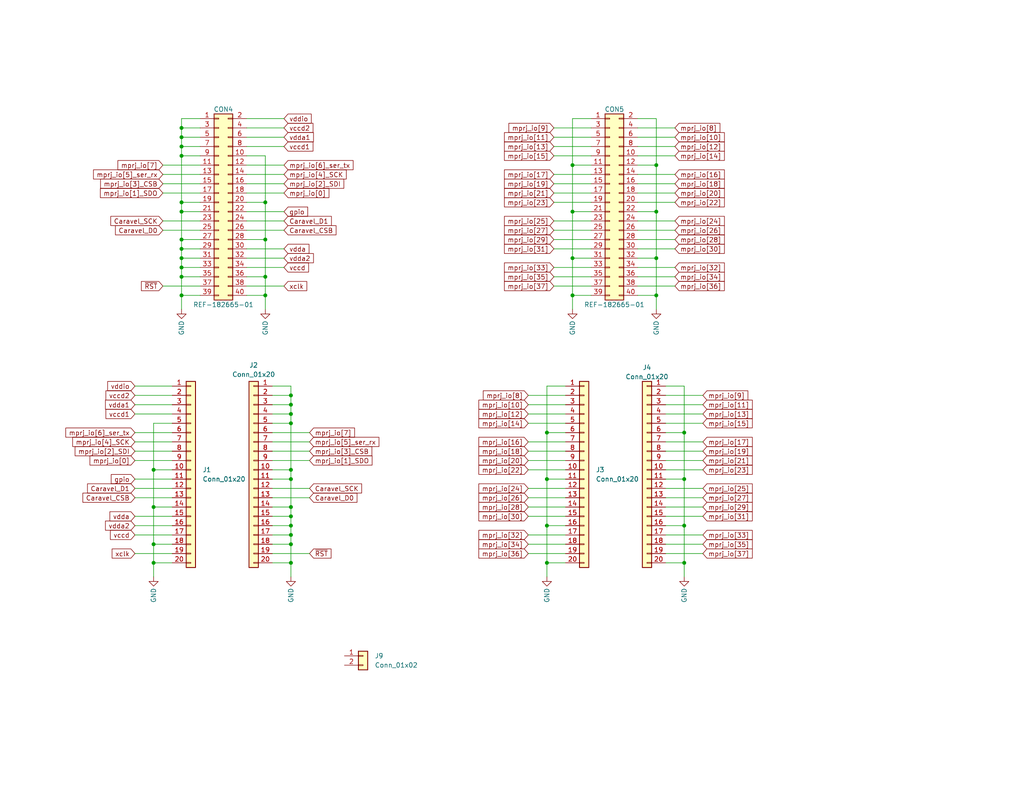
<source format=kicad_sch>
(kicad_sch (version 20211123) (generator eeschema)
  (paper "A")
  (lib_symbols
    (symbol "Connector_Generic:Conn_01x02" (pin_names (offset 1.016) hide)
      (property "Reference" "J" (at 0 2.54 0))
      (property "Value" "Conn_01x02" (at 0 -5.08 0))
      (symbol "Conn_01x02_1_1"
        (rectangle (start -1.27 -2.413) (end 0 -2.667) (stroke (width 0.1524)))
        (rectangle (start -1.27 0.127) (end 0 -0.127) (stroke (width 0.1524)))
        (rectangle (start -1.27 1.27) (end 1.27 -3.81) (stroke (width 0.254)) (fill (type background)))
        (pin passive line (at -5.08 0 0) (length 3.81) (name "Pin_1") (number "1"))
        (pin passive line (at -5.08 -2.54 0) (length 3.81) (name "Pin_2") (number "2"))
      )
    )
    (symbol "Connector_Generic:Conn_01x20" (pin_names (offset 1.016) hide)
      (property "Reference" "J" (at 0 25.4 0))
      (property "Value" "Conn_01x20" (at 0 -27.94 0))
      (symbol "Conn_01x20_1_1"
        (rectangle (start -1.27 -25.273) (end 0 -25.527) (stroke (width 0.1524)))
        (rectangle (start -1.27 -22.733) (end 0 -22.987) (stroke (width 0.1524)))
        (rectangle (start -1.27 -20.193) (end 0 -20.447) (stroke (width 0.1524)))
        (rectangle (start -1.27 -17.653) (end 0 -17.907) (stroke (width 0.1524)))
        (rectangle (start -1.27 -15.113) (end 0 -15.367) (stroke (width 0.1524)))
        (rectangle (start -1.27 -12.573) (end 0 -12.827) (stroke (width 0.1524)))
        (rectangle (start -1.27 -10.033) (end 0 -10.287) (stroke (width 0.1524)))
        (rectangle (start -1.27 -7.493) (end 0 -7.747) (stroke (width 0.1524)))
        (rectangle (start -1.27 -4.953) (end 0 -5.207) (stroke (width 0.1524)))
        (rectangle (start -1.27 -2.413) (end 0 -2.667) (stroke (width 0.1524)))
        (rectangle (start -1.27 0.127) (end 0 -0.127) (stroke (width 0.1524)))
        (rectangle (start -1.27 2.667) (end 0 2.413) (stroke (width 0.1524)))
        (rectangle (start -1.27 5.207) (end 0 4.953) (stroke (width 0.1524)))
        (rectangle (start -1.27 7.747) (end 0 7.493) (stroke (width 0.1524)))
        (rectangle (start -1.27 10.287) (end 0 10.033) (stroke (width 0.1524)))
        (rectangle (start -1.27 12.827) (end 0 12.573) (stroke (width 0.1524)))
        (rectangle (start -1.27 15.367) (end 0 15.113) (stroke (width 0.1524)))
        (rectangle (start -1.27 17.907) (end 0 17.653) (stroke (width 0.1524)))
        (rectangle (start -1.27 20.447) (end 0 20.193) (stroke (width 0.1524)))
        (rectangle (start -1.27 22.987) (end 0 22.733) (stroke (width 0.1524)))
        (rectangle (start -1.27 24.13) (end 1.27 -26.67) (stroke (width 0.254)) (fill (type background)))
        (pin passive line (at -5.08 22.86 0) (length 3.81) (name "Pin_1") (number "1"))
        (pin passive line (at -5.08 0 0) (length 3.81) (name "Pin_10") (number "10"))
        (pin passive line (at -5.08 -2.54 0) (length 3.81) (name "Pin_11") (number "11"))
        (pin passive line (at -5.08 -5.08 0) (length 3.81) (name "Pin_12") (number "12"))
        (pin passive line (at -5.08 -7.62 0) (length 3.81) (name "Pin_13") (number "13"))
        (pin passive line (at -5.08 -10.16 0) (length 3.81) (name "Pin_14") (number "14"))
        (pin passive line (at -5.08 -12.7 0) (length 3.81) (name "Pin_15") (number "15"))
        (pin passive line (at -5.08 -15.24 0) (length 3.81) (name "Pin_16") (number "16"))
        (pin passive line (at -5.08 -17.78 0) (length 3.81) (name "Pin_17") (number "17"))
        (pin passive line (at -5.08 -20.32 0) (length 3.81) (name "Pin_18") (number "18"))
        (pin passive line (at -5.08 -22.86 0) (length 3.81) (name "Pin_19") (number "19"))
        (pin passive line (at -5.08 20.32 0) (length 3.81) (name "Pin_2") (number "2"))
        (pin passive line (at -5.08 -25.4 0) (length 3.81) (name "Pin_20") (number "20"))
        (pin passive line (at -5.08 17.78 0) (length 3.81) (name "Pin_3") (number "3"))
        (pin passive line (at -5.08 15.24 0) (length 3.81) (name "Pin_4") (number "4"))
        (pin passive line (at -5.08 12.7 0) (length 3.81) (name "Pin_5") (number "5"))
        (pin passive line (at -5.08 10.16 0) (length 3.81) (name "Pin_6") (number "6"))
        (pin passive line (at -5.08 7.62 0) (length 3.81) (name "Pin_7") (number "7"))
        (pin passive line (at -5.08 5.08 0) (length 3.81) (name "Pin_8") (number "8"))
        (pin passive line (at -5.08 2.54 0) (length 3.81) (name "Pin_9") (number "9"))
      )
    )
    (symbol "Connector_Generic:Conn_02x20_Odd_Even" (pin_names (offset 1.016) hide)
      (property "Reference" "J" (at 1.27 25.4 0))
      (property "Value" "Conn_02x20_Odd_Even" (at 1.27 -27.94 0))
      (symbol "Conn_02x20_Odd_Even_1_1"
        (rectangle (start -1.27 -25.273) (end 0 -25.527) (stroke (width 0.1524)))
        (rectangle (start -1.27 -22.733) (end 0 -22.987) (stroke (width 0.1524)))
        (rectangle (start -1.27 -20.193) (end 0 -20.447) (stroke (width 0.1524)))
        (rectangle (start -1.27 -17.653) (end 0 -17.907) (stroke (width 0.1524)))
        (rectangle (start -1.27 -15.113) (end 0 -15.367) (stroke (width 0.1524)))
        (rectangle (start -1.27 -12.573) (end 0 -12.827) (stroke (width 0.1524)))
        (rectangle (start -1.27 -10.033) (end 0 -10.287) (stroke (width 0.1524)))
        (rectangle (start -1.27 -7.493) (end 0 -7.747) (stroke (width 0.1524)))
        (rectangle (start -1.27 -4.953) (end 0 -5.207) (stroke (width 0.1524)))
        (rectangle (start -1.27 -2.413) (end 0 -2.667) (stroke (width 0.1524)))
        (rectangle (start -1.27 0.127) (end 0 -0.127) (stroke (width 0.1524)))
        (rectangle (start -1.27 2.667) (end 0 2.413) (stroke (width 0.1524)))
        (rectangle (start -1.27 5.207) (end 0 4.953) (stroke (width 0.1524)))
        (rectangle (start -1.27 7.747) (end 0 7.493) (stroke (width 0.1524)))
        (rectangle (start -1.27 10.287) (end 0 10.033) (stroke (width 0.1524)))
        (rectangle (start -1.27 12.827) (end 0 12.573) (stroke (width 0.1524)))
        (rectangle (start -1.27 15.367) (end 0 15.113) (stroke (width 0.1524)))
        (rectangle (start -1.27 17.907) (end 0 17.653) (stroke (width 0.1524)))
        (rectangle (start -1.27 20.447) (end 0 20.193) (stroke (width 0.1524)))
        (rectangle (start -1.27 22.987) (end 0 22.733) (stroke (width 0.1524)))
        (rectangle (start -1.27 24.13) (end 3.81 -26.67) (stroke (width 0.254)) (fill (type background)))
        (rectangle (start 3.81 -25.273) (end 2.54 -25.527) (stroke (width 0.1524)))
        (rectangle (start 3.81 -22.733) (end 2.54 -22.987) (stroke (width 0.1524)))
        (rectangle (start 3.81 -20.193) (end 2.54 -20.447) (stroke (width 0.1524)))
        (rectangle (start 3.81 -17.653) (end 2.54 -17.907) (stroke (width 0.1524)))
        (rectangle (start 3.81 -15.113) (end 2.54 -15.367) (stroke (width 0.1524)))
        (rectangle (start 3.81 -12.573) (end 2.54 -12.827) (stroke (width 0.1524)))
        (rectangle (start 3.81 -10.033) (end 2.54 -10.287) (stroke (width 0.1524)))
        (rectangle (start 3.81 -7.493) (end 2.54 -7.747) (stroke (width 0.1524)))
        (rectangle (start 3.81 -4.953) (end 2.54 -5.207) (stroke (width 0.1524)))
        (rectangle (start 3.81 -2.413) (end 2.54 -2.667) (stroke (width 0.1524)))
        (rectangle (start 3.81 0.127) (end 2.54 -0.127) (stroke (width 0.1524)))
        (rectangle (start 3.81 2.667) (end 2.54 2.413) (stroke (width 0.1524)))
        (rectangle (start 3.81 5.207) (end 2.54 4.953) (stroke (width 0.1524)))
        (rectangle (start 3.81 7.747) (end 2.54 7.493) (stroke (width 0.1524)))
        (rectangle (start 3.81 10.287) (end 2.54 10.033) (stroke (width 0.1524)))
        (rectangle (start 3.81 12.827) (end 2.54 12.573) (stroke (width 0.1524)))
        (rectangle (start 3.81 15.367) (end 2.54 15.113) (stroke (width 0.1524)))
        (rectangle (start 3.81 17.907) (end 2.54 17.653) (stroke (width 0.1524)))
        (rectangle (start 3.81 20.447) (end 2.54 20.193) (stroke (width 0.1524)))
        (rectangle (start 3.81 22.987) (end 2.54 22.733) (stroke (width 0.1524)))
        (pin passive line (at -5.08 22.86 0) (length 3.81) (name "Pin_1") (number "1"))
        (pin passive line (at 7.62 12.7 180) (length 3.81) (name "Pin_10") (number "10"))
        (pin passive line (at -5.08 10.16 0) (length 3.81) (name "Pin_11") (number "11"))
        (pin passive line (at 7.62 10.16 180) (length 3.81) (name "Pin_12") (number "12"))
        (pin passive line (at -5.08 7.62 0) (length 3.81) (name "Pin_13") (number "13"))
        (pin passive line (at 7.62 7.62 180) (length 3.81) (name "Pin_14") (number "14"))
        (pin passive line (at -5.08 5.08 0) (length 3.81) (name "Pin_15") (number "15"))
        (pin passive line (at 7.62 5.08 180) (length 3.81) (name "Pin_16") (number "16"))
        (pin passive line (at -5.08 2.54 0) (length 3.81) (name "Pin_17") (number "17"))
        (pin passive line (at 7.62 2.54 180) (length 3.81) (name "Pin_18") (number "18"))
        (pin passive line (at -5.08 0 0) (length 3.81) (name "Pin_19") (number "19"))
        (pin passive line (at 7.62 22.86 180) (length 3.81) (name "Pin_2") (number "2"))
        (pin passive line (at 7.62 0 180) (length 3.81) (name "Pin_20") (number "20"))
        (pin passive line (at -5.08 -2.54 0) (length 3.81) (name "Pin_21") (number "21"))
        (pin passive line (at 7.62 -2.54 180) (length 3.81) (name "Pin_22") (number "22"))
        (pin passive line (at -5.08 -5.08 0) (length 3.81) (name "Pin_23") (number "23"))
        (pin passive line (at 7.62 -5.08 180) (length 3.81) (name "Pin_24") (number "24"))
        (pin passive line (at -5.08 -7.62 0) (length 3.81) (name "Pin_25") (number "25"))
        (pin passive line (at 7.62 -7.62 180) (length 3.81) (name "Pin_26") (number "26"))
        (pin passive line (at -5.08 -10.16 0) (length 3.81) (name "Pin_27") (number "27"))
        (pin passive line (at 7.62 -10.16 180) (length 3.81) (name "Pin_28") (number "28"))
        (pin passive line (at -5.08 -12.7 0) (length 3.81) (name "Pin_29") (number "29"))
        (pin passive line (at -5.08 20.32 0) (length 3.81) (name "Pin_3") (number "3"))
        (pin passive line (at 7.62 -12.7 180) (length 3.81) (name "Pin_30") (number "30"))
        (pin passive line (at -5.08 -15.24 0) (length 3.81) (name "Pin_31") (number "31"))
        (pin passive line (at 7.62 -15.24 180) (length 3.81) (name "Pin_32") (number "32"))
        (pin passive line (at -5.08 -17.78 0) (length 3.81) (name "Pin_33") (number "33"))
        (pin passive line (at 7.62 -17.78 180) (length 3.81) (name "Pin_34") (number "34"))
        (pin passive line (at -5.08 -20.32 0) (length 3.81) (name "Pin_35") (number "35"))
        (pin passive line (at 7.62 -20.32 180) (length 3.81) (name "Pin_36") (number "36"))
        (pin passive line (at -5.08 -22.86 0) (length 3.81) (name "Pin_37") (number "37"))
        (pin passive line (at 7.62 -22.86 180) (length 3.81) (name "Pin_38") (number "38"))
        (pin passive line (at -5.08 -25.4 0) (length 3.81) (name "Pin_39") (number "39"))
        (pin passive line (at 7.62 20.32 180) (length 3.81) (name "Pin_4") (number "4"))
        (pin passive line (at 7.62 -25.4 180) (length 3.81) (name "Pin_40") (number "40"))
        (pin passive line (at -5.08 17.78 0) (length 3.81) (name "Pin_5") (number "5"))
        (pin passive line (at 7.62 17.78 180) (length 3.81) (name "Pin_6") (number "6"))
        (pin passive line (at -5.08 15.24 0) (length 3.81) (name "Pin_7") (number "7"))
        (pin passive line (at 7.62 15.24 180) (length 3.81) (name "Pin_8") (number "8"))
        (pin passive line (at -5.08 12.7 0) (length 3.81) (name "Pin_9") (number "9"))
      )
    )
    (symbol "power:GND" (power) (pin_names (offset 0))
      (property "Value" "GND" (at 0 -3.81 0))
      (symbol "GND_0_1"
        (polyline (pts (xy 0 0) (xy 0 -1.27) (xy 1.27 -1.27) (xy 0 -2.54) (xy -1.27 -1.27) (xy 0 -1.27)))
      )
      (symbol "GND_1_1"
        (pin power_in line (at 0 0 270) (length 0) hide (name "GND") (number "1"))
      )
    )
  )
  (junction (at 41.91 153.67))
  (junction (at 49.53 65.405))
  (junction (at 79.375 128.27))
  (junction (at 49.53 80.645))
  (junction (at 156.21 57.785))
  (junction (at 49.53 75.565))
  (junction (at 79.375 113.03))
  (junction (at 79.375 110.49))
  (junction (at 186.69 118.11))
  (junction (at 49.53 55.245))
  (junction (at 179.07 70.485))
  (junction (at 156.21 70.485))
  (junction (at 49.53 37.465))
  (junction (at 79.375 115.57))
  (junction (at 49.53 34.925))
  (junction (at 79.375 130.81))
  (junction (at 79.375 143.51))
  (junction (at 186.69 143.51))
  (junction (at 41.91 148.59))
  (junction (at 79.375 153.67))
  (junction (at 149.225 130.81))
  (junction (at 79.375 146.05))
  (junction (at 72.39 80.645))
  (junction (at 149.225 153.67))
  (junction (at 49.53 57.785))
  (junction (at 179.07 45.085))
  (junction (at 79.375 138.43))
  (junction (at 41.91 138.43))
  (junction (at 49.53 73.025))
  (junction (at 179.07 80.645))
  (junction (at 149.225 143.51))
  (junction (at 186.69 130.81))
  (junction (at 41.91 128.27))
  (junction (at 72.39 55.245))
  (junction (at 186.69 153.67))
  (junction (at 49.53 70.485))
  (junction (at 49.53 40.005))
  (junction (at 49.53 42.545))
  (junction (at 72.39 75.565))
  (junction (at 72.39 65.405))
  (junction (at 156.21 45.085))
  (junction (at 79.375 107.95))
  (junction (at 79.375 148.59))
  (junction (at 179.07 57.785))
  (junction (at 156.21 80.645))
  (junction (at 149.225 118.11))
  (junction (at 49.53 67.945))
  (junction (at 79.375 140.97))
  (wire (pts (xy 79.375 113.03) (xy 74.295 113.03)))
  (wire (pts (xy 79.375 115.57) (xy 74.295 115.57)))
  (wire (pts (xy 67.31 70.485) (xy 77.47 70.485)))
  (wire (pts (xy 156.21 80.645) (xy 156.21 84.455)))
  (wire (pts (xy 84.455 151.13) (xy 74.295 151.13)))
  (wire (pts (xy 173.99 78.105) (xy 184.15 78.105)))
  (wire (pts (xy 49.53 57.785) (xy 54.61 57.785)))
  (wire (pts (xy 154.305 153.67) (xy 149.225 153.67)))
  (wire (pts (xy 46.99 118.11) (xy 36.83 118.11)))
  (wire (pts (xy 67.31 78.105) (xy 77.47 78.105)))
  (wire (pts (xy 79.375 148.59) (xy 79.375 153.67)))
  (wire (pts (xy 154.305 151.13) (xy 144.145 151.13)))
  (wire (pts (xy 46.99 146.05) (xy 36.83 146.05)))
  (wire (pts (xy 154.305 148.59) (xy 144.145 148.59)))
  (wire (pts (xy 151.13 40.005) (xy 161.29 40.005)))
  (wire (pts (xy 44.45 50.165) (xy 54.61 50.165)))
  (wire (pts (xy 84.455 135.89) (xy 74.295 135.89)))
  (wire (pts (xy 156.21 70.485) (xy 156.21 80.645)))
  (wire (pts (xy 154.305 130.81) (xy 149.225 130.81)))
  (wire (pts (xy 79.375 107.95) (xy 79.375 110.49)))
  (wire (pts (xy 179.07 80.645) (xy 179.07 84.455)))
  (wire (pts (xy 54.61 75.565) (xy 49.53 75.565)))
  (wire (pts (xy 54.61 70.485) (xy 49.53 70.485)))
  (wire (pts (xy 41.91 148.59) (xy 41.91 153.67)))
  (wire (pts (xy 191.77 148.59) (xy 181.61 148.59)))
  (wire (pts (xy 191.77 120.65) (xy 181.61 120.65)))
  (wire (pts (xy 44.45 60.325) (xy 54.61 60.325)))
  (wire (pts (xy 156.21 57.785) (xy 161.29 57.785)))
  (wire (pts (xy 46.99 130.81) (xy 36.83 130.81)))
  (wire (pts (xy 49.53 42.545) (xy 49.53 55.245)))
  (wire (pts (xy 79.375 105.41) (xy 74.295 105.41)))
  (wire (pts (xy 79.375 128.27) (xy 79.375 130.81)))
  (wire (pts (xy 154.305 120.65) (xy 144.145 120.65)))
  (wire (pts (xy 154.305 138.43) (xy 144.145 138.43)))
  (wire (pts (xy 67.31 55.245) (xy 72.39 55.245)))
  (wire (pts (xy 154.305 105.41) (xy 149.225 105.41)))
  (wire (pts (xy 46.99 151.13) (xy 36.83 151.13)))
  (wire (pts (xy 46.99 138.43) (xy 41.91 138.43)))
  (wire (pts (xy 151.13 75.565) (xy 161.29 75.565)))
  (wire (pts (xy 186.69 105.41) (xy 186.69 118.11)))
  (wire (pts (xy 154.305 146.05) (xy 144.145 146.05)))
  (wire (pts (xy 54.61 67.945) (xy 49.53 67.945)))
  (wire (pts (xy 44.45 62.865) (xy 54.61 62.865)))
  (wire (pts (xy 49.53 65.405) (xy 49.53 67.945)))
  (wire (pts (xy 46.99 107.95) (xy 36.83 107.95)))
  (wire (pts (xy 149.225 105.41) (xy 149.225 118.11)))
  (wire (pts (xy 49.53 75.565) (xy 49.53 80.645)))
  (wire (pts (xy 79.375 153.67) (xy 79.375 157.48)))
  (wire (pts (xy 79.375 107.95) (xy 74.295 107.95)))
  (wire (pts (xy 84.455 120.65) (xy 74.295 120.65)))
  (wire (pts (xy 49.53 73.025) (xy 49.53 75.565)))
  (wire (pts (xy 67.31 65.405) (xy 72.39 65.405)))
  (wire (pts (xy 149.225 118.11) (xy 149.225 130.81)))
  (wire (pts (xy 49.53 32.385) (xy 49.53 34.925)))
  (wire (pts (xy 156.21 45.085) (xy 156.21 57.785)))
  (wire (pts (xy 46.99 115.57) (xy 41.91 115.57)))
  (wire (pts (xy 41.91 153.67) (xy 41.91 157.48)))
  (wire (pts (xy 49.53 34.925) (xy 49.53 37.465)))
  (wire (pts (xy 41.91 138.43) (xy 41.91 148.59)))
  (wire (pts (xy 191.77 107.95) (xy 181.61 107.95)))
  (wire (pts (xy 54.61 65.405) (xy 49.53 65.405)))
  (wire (pts (xy 46.99 133.35) (xy 36.83 133.35)))
  (wire (pts (xy 149.225 143.51) (xy 149.225 153.67)))
  (wire (pts (xy 46.99 123.19) (xy 36.83 123.19)))
  (wire (pts (xy 72.39 80.645) (xy 72.39 84.455)))
  (wire (pts (xy 186.69 130.81) (xy 186.69 143.51)))
  (wire (pts (xy 181.61 105.41) (xy 186.69 105.41)))
  (wire (pts (xy 49.53 80.645) (xy 54.61 80.645)))
  (wire (pts (xy 46.99 110.49) (xy 36.83 110.49)))
  (wire (pts (xy 154.305 107.95) (xy 144.145 107.95)))
  (wire (pts (xy 154.305 125.73) (xy 144.145 125.73)))
  (wire (pts (xy 72.39 75.565) (xy 72.39 80.645)))
  (wire (pts (xy 79.375 143.51) (xy 79.375 146.05)))
  (wire (pts (xy 46.99 148.59) (xy 41.91 148.59)))
  (wire (pts (xy 151.13 37.465) (xy 161.29 37.465)))
  (wire (pts (xy 154.305 123.19) (xy 144.145 123.19)))
  (wire (pts (xy 154.305 118.11) (xy 149.225 118.11)))
  (wire (pts (xy 79.375 146.05) (xy 79.375 148.59)))
  (wire (pts (xy 161.29 32.385) (xy 156.21 32.385)))
  (wire (pts (xy 79.375 128.27) (xy 74.295 128.27)))
  (wire (pts (xy 49.53 55.245) (xy 54.61 55.245)))
  (wire (pts (xy 191.77 151.13) (xy 181.61 151.13)))
  (wire (pts (xy 74.295 148.59) (xy 79.375 148.59)))
  (wire (pts (xy 54.61 73.025) (xy 49.53 73.025)))
  (wire (pts (xy 191.77 125.73) (xy 181.61 125.73)))
  (wire (pts (xy 41.91 128.27) (xy 41.91 138.43)))
  (wire (pts (xy 154.305 140.97) (xy 144.145 140.97)))
  (wire (pts (xy 49.53 37.465) (xy 54.61 37.465)))
  (wire (pts (xy 44.45 78.105) (xy 54.61 78.105)))
  (wire (pts (xy 49.53 34.925) (xy 54.61 34.925)))
  (wire (pts (xy 173.99 67.945) (xy 184.15 67.945)))
  (wire (pts (xy 156.21 80.645) (xy 161.29 80.645)))
  (wire (pts (xy 84.455 123.19) (xy 74.295 123.19)))
  (wire (pts (xy 186.69 130.81) (xy 181.61 130.81)))
  (wire (pts (xy 46.99 128.27) (xy 41.91 128.27)))
  (wire (pts (xy 79.375 113.03) (xy 79.375 115.57)))
  (wire (pts (xy 72.39 65.405) (xy 72.39 75.565)))
  (wire (pts (xy 186.69 118.11) (xy 181.61 118.11)))
  (wire (pts (xy 44.45 47.625) (xy 54.61 47.625)))
  (wire (pts (xy 67.31 73.025) (xy 77.47 73.025)))
  (wire (pts (xy 84.455 133.35) (xy 74.295 133.35)))
  (wire (pts (xy 173.99 55.245) (xy 184.15 55.245)))
  (wire (pts (xy 173.99 37.465) (xy 184.15 37.465)))
  (wire (pts (xy 74.295 138.43) (xy 79.375 138.43)))
  (wire (pts (xy 186.69 143.51) (xy 181.61 143.51)))
  (wire (pts (xy 151.13 62.865) (xy 161.29 62.865)))
  (wire (pts (xy 72.39 55.245) (xy 72.39 65.405)))
  (wire (pts (xy 179.07 57.785) (xy 179.07 70.485)))
  (wire (pts (xy 72.39 42.545) (xy 72.39 55.245)))
  (wire (pts (xy 173.99 80.645) (xy 179.07 80.645)))
  (wire (pts (xy 49.53 55.245) (xy 49.53 57.785)))
  (wire (pts (xy 173.99 45.085) (xy 179.07 45.085)))
  (wire (pts (xy 49.53 40.005) (xy 54.61 40.005)))
  (wire (pts (xy 186.69 118.11) (xy 186.69 130.81)))
  (wire (pts (xy 186.69 153.67) (xy 181.61 153.67)))
  (wire (pts (xy 191.77 138.43) (xy 181.61 138.43)))
  (wire (pts (xy 151.13 73.025) (xy 161.29 73.025)))
  (wire (pts (xy 154.305 113.03) (xy 144.145 113.03)))
  (wire (pts (xy 173.99 73.025) (xy 184.15 73.025)))
  (wire (pts (xy 67.31 57.785) (xy 77.47 57.785)))
  (wire (pts (xy 74.295 140.97) (xy 79.375 140.97)))
  (wire (pts (xy 74.295 146.05) (xy 79.375 146.05)))
  (wire (pts (xy 151.13 60.325) (xy 161.29 60.325)))
  (wire (pts (xy 49.53 42.545) (xy 54.61 42.545)))
  (wire (pts (xy 154.305 128.27) (xy 144.145 128.27)))
  (wire (pts (xy 49.53 57.785) (xy 49.53 65.405)))
  (wire (pts (xy 156.21 45.085) (xy 161.29 45.085)))
  (wire (pts (xy 186.69 143.51) (xy 186.69 153.67)))
  (wire (pts (xy 179.07 45.085) (xy 179.07 57.785)))
  (wire (pts (xy 191.77 140.97) (xy 181.61 140.97)))
  (wire (pts (xy 41.91 115.57) (xy 41.91 128.27)))
  (wire (pts (xy 67.31 42.545) (xy 72.39 42.545)))
  (wire (pts (xy 79.375 140.97) (xy 79.375 143.51)))
  (wire (pts (xy 46.99 113.03) (xy 36.83 113.03)))
  (wire (pts (xy 79.375 105.41) (xy 79.375 107.95)))
  (wire (pts (xy 46.99 153.67) (xy 41.91 153.67)))
  (wire (pts (xy 151.13 34.925) (xy 161.29 34.925)))
  (wire (pts (xy 74.295 143.51) (xy 79.375 143.51)))
  (wire (pts (xy 173.99 34.925) (xy 184.15 34.925)))
  (wire (pts (xy 151.13 47.625) (xy 161.29 47.625)))
  (wire (pts (xy 156.21 57.785) (xy 156.21 70.485)))
  (wire (pts (xy 156.21 70.485) (xy 161.29 70.485)))
  (wire (pts (xy 191.77 110.49) (xy 181.61 110.49)))
  (wire (pts (xy 151.13 67.945) (xy 161.29 67.945)))
  (wire (pts (xy 173.99 40.005) (xy 184.15 40.005)))
  (wire (pts (xy 151.13 55.245) (xy 161.29 55.245)))
  (wire (pts (xy 67.31 50.165) (xy 77.47 50.165)))
  (wire (pts (xy 84.455 118.11) (xy 74.295 118.11)))
  (wire (pts (xy 79.375 130.81) (xy 74.295 130.81)))
  (wire (pts (xy 46.99 140.97) (xy 36.83 140.97)))
  (wire (pts (xy 154.305 115.57) (xy 144.145 115.57)))
  (wire (pts (xy 149.225 153.67) (xy 149.225 157.48)))
  (wire (pts (xy 79.375 110.49) (xy 74.295 110.49)))
  (wire (pts (xy 173.99 47.625) (xy 184.15 47.625)))
  (wire (pts (xy 79.375 110.49) (xy 79.375 113.03)))
  (wire (pts (xy 67.31 60.325) (xy 77.47 60.325)))
  (wire (pts (xy 173.99 75.565) (xy 184.15 75.565)))
  (wire (pts (xy 67.31 67.945) (xy 77.47 67.945)))
  (wire (pts (xy 186.69 153.67) (xy 186.69 157.48)))
  (wire (pts (xy 49.53 80.645) (xy 49.53 84.455)))
  (wire (pts (xy 149.225 130.81) (xy 149.225 143.51)))
  (wire (pts (xy 191.77 123.19) (xy 181.61 123.19)))
  (wire (pts (xy 151.13 78.105) (xy 161.29 78.105)))
  (wire (pts (xy 173.99 50.165) (xy 184.15 50.165)))
  (wire (pts (xy 151.13 50.165) (xy 161.29 50.165)))
  (wire (pts (xy 151.13 42.545) (xy 161.29 42.545)))
  (wire (pts (xy 154.305 135.89) (xy 144.145 135.89)))
  (wire (pts (xy 173.99 32.385) (xy 179.07 32.385)))
  (wire (pts (xy 154.305 110.49) (xy 144.145 110.49)))
  (wire (pts (xy 179.07 70.485) (xy 179.07 80.645)))
  (wire (pts (xy 84.455 125.73) (xy 74.295 125.73)))
  (wire (pts (xy 49.53 37.465) (xy 49.53 40.005)))
  (wire (pts (xy 67.31 45.085) (xy 77.47 45.085)))
  (wire (pts (xy 67.31 37.465) (xy 77.47 37.465)))
  (wire (pts (xy 191.77 115.57) (xy 181.61 115.57)))
  (wire (pts (xy 173.99 62.865) (xy 184.15 62.865)))
  (wire (pts (xy 67.31 80.645) (xy 72.39 80.645)))
  (wire (pts (xy 191.77 128.27) (xy 181.61 128.27)))
  (wire (pts (xy 173.99 42.545) (xy 184.15 42.545)))
  (wire (pts (xy 46.99 135.89) (xy 36.83 135.89)))
  (wire (pts (xy 79.375 115.57) (xy 79.375 128.27)))
  (wire (pts (xy 151.13 52.705) (xy 161.29 52.705)))
  (wire (pts (xy 46.99 120.65) (xy 36.83 120.65)))
  (wire (pts (xy 67.31 62.865) (xy 77.47 62.865)))
  (wire (pts (xy 44.45 45.085) (xy 54.61 45.085)))
  (wire (pts (xy 156.21 32.385) (xy 156.21 45.085)))
  (wire (pts (xy 67.31 52.705) (xy 77.47 52.705)))
  (wire (pts (xy 46.99 125.73) (xy 36.83 125.73)))
  (wire (pts (xy 79.375 153.67) (xy 74.295 153.67)))
  (wire (pts (xy 67.31 40.005) (xy 77.47 40.005)))
  (wire (pts (xy 191.77 133.35) (xy 181.61 133.35)))
  (wire (pts (xy 173.99 57.785) (xy 179.07 57.785)))
  (wire (pts (xy 79.375 138.43) (xy 79.375 140.97)))
  (wire (pts (xy 46.99 105.41) (xy 36.83 105.41)))
  (wire (pts (xy 49.53 32.385) (xy 54.61 32.385)))
  (wire (pts (xy 191.77 135.89) (xy 181.61 135.89)))
  (wire (pts (xy 154.305 143.51) (xy 149.225 143.51)))
  (wire (pts (xy 151.13 65.405) (xy 161.29 65.405)))
  (wire (pts (xy 67.31 34.925) (xy 77.47 34.925)))
  (wire (pts (xy 67.31 32.385) (xy 77.47 32.385)))
  (wire (pts (xy 79.375 130.81) (xy 79.375 138.43)))
  (wire (pts (xy 44.45 52.705) (xy 54.61 52.705)))
  (wire (pts (xy 49.53 70.485) (xy 49.53 73.025)))
  (wire (pts (xy 67.31 47.625) (xy 77.47 47.625)))
  (wire (pts (xy 173.99 60.325) (xy 184.15 60.325)))
  (wire (pts (xy 191.77 146.05) (xy 181.61 146.05)))
  (wire (pts (xy 67.31 75.565) (xy 72.39 75.565)))
  (wire (pts (xy 49.53 67.945) (xy 49.53 70.485)))
  (wire (pts (xy 46.99 143.51) (xy 36.83 143.51)))
  (wire (pts (xy 154.305 133.35) (xy 144.145 133.35)))
  (wire (pts (xy 179.07 32.385) (xy 179.07 45.085)))
  (wire (pts (xy 173.99 70.485) (xy 179.07 70.485)))
  (wire (pts (xy 173.99 52.705) (xy 184.15 52.705)))
  (wire (pts (xy 191.77 113.03) (xy 181.61 113.03)))
  (wire (pts (xy 49.53 40.005) (xy 49.53 42.545)))
  (wire (pts (xy 173.99 65.405) (xy 184.15 65.405)))
  (global_label "mprj_io[16]" (shape input) (at 184.15 47.625 0) (property "Intersheet References" "${INTERSHEET_REFS}" (effects hide)))
  (global_label "Caravel_SCK" (shape input) (at 44.45 60.325 180) (property "Intersheet References" "${INTERSHEET_REFS}" (effects hide)))
  (global_label "mprj_io[34]" (shape input) (at 144.145 148.59 180) (property "Intersheet References" "${INTERSHEET_REFS}" (effects hide)))
  (global_label "vdda1" (shape input) (at 36.83 110.49 180) (property "Intersheet References" "${INTERSHEET_REFS}" (effects hide)))
  (global_label "mprj_io[17]" (shape input) (at 151.13 47.625 180) (property "Intersheet References" "${INTERSHEET_REFS}" (effects hide)))
  (global_label "mprj_io[12]" (shape input) (at 184.15 40.005 0) (property "Intersheet References" "${INTERSHEET_REFS}" (effects hide)))
  (global_label "mprj_io[18]" (shape input) (at 184.15 50.165 0) (property "Intersheet References" "${INTERSHEET_REFS}" (effects hide)))
  (global_label "mprj_io[5]_ser_rx" (shape input) (at 84.455 120.65 0) (property "Intersheet References" "${INTERSHEET_REFS}" (effects hide)))
  (global_label "mprj_io[26]" (shape input) (at 184.15 62.865 0) (property "Intersheet References" "${INTERSHEET_REFS}" (effects hide)))
  (global_label "mprj_io[17]" (shape input) (at 191.77 120.65 0) (property "Intersheet References" "${INTERSHEET_REFS}" (effects hide)))
  (global_label "vccd" (shape input) (at 36.83 146.05 180) (property "Intersheet References" "${INTERSHEET_REFS}" (effects hide)))
  (global_label "mprj_io[7]" (shape input) (at 84.455 118.11 0) (property "Intersheet References" "${INTERSHEET_REFS}" (effects hide)))
  (global_label "mprj_io[11]" (shape input) (at 151.13 37.465 180) (property "Intersheet References" "${INTERSHEET_REFS}" (effects hide)))
  (global_label "mprj_io[15]" (shape input) (at 191.77 115.57 0) (property "Intersheet References" "${INTERSHEET_REFS}" (effects hide)))
  (global_label "mprj_io[24]" (shape input) (at 144.145 133.35 180) (property "Intersheet References" "${INTERSHEET_REFS}" (effects hide)))
  (global_label "mprj_io[12]" (shape input) (at 144.145 113.03 180) (property "Intersheet References" "${INTERSHEET_REFS}" (effects hide)))
  (global_label "Caravel_CSB" (shape input) (at 36.83 135.89 180) (property "Intersheet References" "${INTERSHEET_REFS}" (effects hide)))
  (global_label "vccd2" (shape input) (at 77.47 34.925 0) (property "Intersheet References" "${INTERSHEET_REFS}" (effects hide)))
  (global_label "mprj_io[6]_ser_tx" (shape input) (at 36.83 118.11 180) (property "Intersheet References" "${INTERSHEET_REFS}" (effects hide)))
  (global_label "mprj_io[20]" (shape input) (at 184.15 52.705 0) (property "Intersheet References" "${INTERSHEET_REFS}" (effects hide)))
  (global_label "mprj_io[8]" (shape input) (at 144.145 107.95 180) (property "Intersheet References" "${INTERSHEET_REFS}" (effects hide)))
  (global_label "vccd1" (shape input) (at 77.47 40.005 0) (property "Intersheet References" "${INTERSHEET_REFS}" (effects hide)))
  (global_label "mprj_io[0]" (shape input) (at 77.47 52.705 0) (property "Intersheet References" "${INTERSHEET_REFS}" (effects hide)))
  (global_label "mprj_io[34]" (shape input) (at 184.15 75.565 0) (property "Intersheet References" "${INTERSHEET_REFS}" (effects hide)))
  (global_label "mprj_io[36]" (shape input) (at 144.145 151.13 180) (property "Intersheet References" "${INTERSHEET_REFS}" (effects hide)))
  (global_label "mprj_io[13]" (shape input) (at 151.13 40.005 180) (property "Intersheet References" "${INTERSHEET_REFS}" (effects hide)))
  (global_label "mprj_io[19]" (shape input) (at 191.77 123.19 0) (property "Intersheet References" "${INTERSHEET_REFS}" (effects hide)))
  (global_label "Caravel_D1" (shape input) (at 36.83 133.35 180) (property "Intersheet References" "${INTERSHEET_REFS}" (effects hide)))
  (global_label "mprj_io[14]" (shape input) (at 144.145 115.57 180) (property "Intersheet References" "${INTERSHEET_REFS}" (effects hide)))
  (global_label "mprj_io[21]" (shape input) (at 191.77 125.73 0) (property "Intersheet References" "${INTERSHEET_REFS}" (effects hide)))
  (global_label "mprj_io[22]" (shape input) (at 144.145 128.27 180) (property "Intersheet References" "${INTERSHEET_REFS}" (effects hide)))
  (global_label "Caravel_D0" (shape input) (at 84.455 135.89 0) (property "Intersheet References" "${INTERSHEET_REFS}" (effects hide)))
  (global_label "mprj_io[3]_CSB" (shape input) (at 44.45 50.165 180) (property "Intersheet References" "${INTERSHEET_REFS}" (effects hide)))
  (global_label "vdda" (shape input) (at 36.83 140.97 180) (property "Intersheet References" "${INTERSHEET_REFS}" (effects hide)))
  (global_label "mprj_io[20]" (shape input) (at 144.145 125.73 180) (property "Intersheet References" "${INTERSHEET_REFS}" (effects hide)))
  (global_label "vdda2" (shape input) (at 77.47 70.485 0) (property "Intersheet References" "${INTERSHEET_REFS}" (effects hide)))
  (global_label "mprj_io[21]" (shape input) (at 151.13 52.705 180) (property "Intersheet References" "${INTERSHEET_REFS}" (effects hide)))
  (global_label "mprj_io[6]_ser_tx" (shape input) (at 77.47 45.085 0) (property "Intersheet References" "${INTERSHEET_REFS}" (effects hide)))
  (global_label "mprj_io[1]_SDO" (shape input) (at 84.455 125.73 0) (property "Intersheet References" "${INTERSHEET_REFS}" (effects hide)))
  (global_label "mprj_io[23]" (shape input) (at 151.13 55.245 180) (property "Intersheet References" "${INTERSHEET_REFS}" (effects hide)))
  (global_label "mprj_io[37]" (shape input) (at 151.13 78.105 180) (property "Intersheet References" "${INTERSHEET_REFS}" (effects hide)))
  (global_label "mprj_io[7]" (shape input) (at 44.45 45.085 180) (property "Intersheet References" "${INTERSHEET_REFS}" (effects hide)))
  (global_label "mprj_io[28]" (shape input) (at 184.15 65.405 0) (property "Intersheet References" "${INTERSHEET_REFS}" (effects hide)))
  (global_label "mprj_io[18]" (shape input) (at 144.145 123.19 180) (property "Intersheet References" "${INTERSHEET_REFS}" (effects hide)))
  (global_label "mprj_io[2]_SDI" (shape input) (at 36.83 123.19 180) (property "Intersheet References" "${INTERSHEET_REFS}" (effects hide)))
  (global_label "mprj_io[16]" (shape input) (at 144.145 120.65 180) (property "Intersheet References" "${INTERSHEET_REFS}" (effects hide)))
  (global_label "Caravel_D0" (shape input) (at 44.45 62.865 180) (property "Intersheet References" "${INTERSHEET_REFS}" (effects hide)))
  (global_label "mprj_io[33]" (shape input) (at 191.77 146.05 0) (property "Intersheet References" "${INTERSHEET_REFS}" (effects hide)))
  (global_label "mprj_io[32]" (shape input) (at 144.145 146.05 180) (property "Intersheet References" "${INTERSHEET_REFS}" (effects hide)))
  (global_label "gpio" (shape input) (at 77.47 57.785 0) (property "Intersheet References" "${INTERSHEET_REFS}" (effects hide)))
  (global_label "mprj_io[8]" (shape input) (at 184.15 34.925 0) (property "Intersheet References" "${INTERSHEET_REFS}" (effects hide)))
  (global_label "mprj_io[33]" (shape input) (at 151.13 73.025 180) (property "Intersheet References" "${INTERSHEET_REFS}" (effects hide)))
  (global_label "mprj_io[28]" (shape input) (at 144.145 138.43 180) (property "Intersheet References" "${INTERSHEET_REFS}" (effects hide)))
  (global_label "mprj_io[23]" (shape input) (at 191.77 128.27 0) (property "Intersheet References" "${INTERSHEET_REFS}" (effects hide)))
  (global_label "mprj_io[3]_CSB" (shape input) (at 84.455 123.19 0) (property "Intersheet References" "${INTERSHEET_REFS}" (effects hide)))
  (global_label "vddio" (shape input) (at 77.47 32.385 0) (property "Intersheet References" "${INTERSHEET_REFS}" (effects hide)))
  (global_label "mprj_io[10]" (shape input) (at 184.15 37.465 0) (property "Intersheet References" "${INTERSHEET_REFS}" (effects hide)))
  (global_label "vdda2" (shape input) (at 36.83 143.51 180) (property "Intersheet References" "${INTERSHEET_REFS}" (effects hide)))
  (global_label "mprj_io[13]" (shape input) (at 191.77 113.03 0) (property "Intersheet References" "${INTERSHEET_REFS}" (effects hide)))
  (global_label "mprj_io[0]" (shape input) (at 36.83 125.73 180) (property "Intersheet References" "${INTERSHEET_REFS}" (effects hide)))
  (global_label "vccd2" (shape input) (at 36.83 107.95 180) (property "Intersheet References" "${INTERSHEET_REFS}" (effects hide)))
  (global_label "mprj_io[30]" (shape input) (at 184.15 67.945 0) (property "Intersheet References" "${INTERSHEET_REFS}" (effects hide)))
  (global_label "mprj_io[27]" (shape input) (at 151.13 62.865 180) (property "Intersheet References" "${INTERSHEET_REFS}" (effects hide)))
  (global_label "mprj_io[19]" (shape input) (at 151.13 50.165 180) (property "Intersheet References" "${INTERSHEET_REFS}" (effects hide)))
  (global_label "mprj_io[1]_SDO" (shape input) (at 44.45 52.705 180) (property "Intersheet References" "${INTERSHEET_REFS}" (effects hide)))
  (global_label "mprj_io[36]" (shape input) (at 184.15 78.105 0) (property "Intersheet References" "${INTERSHEET_REFS}" (effects hide)))
  (global_label "mprj_io[9]" (shape input) (at 151.13 34.925 180) (property "Intersheet References" "${INTERSHEET_REFS}" (effects hide)))
  (global_label "~{RST}" (shape input) (at 44.45 78.105 180) (property "Intersheet References" "${INTERSHEET_REFS}" (effects hide)))
  (global_label "mprj_io[37]" (shape input) (at 191.77 151.13 0) (property "Intersheet References" "${INTERSHEET_REFS}" (effects hide)))
  (global_label "mprj_io[32]" (shape input) (at 184.15 73.025 0) (property "Intersheet References" "${INTERSHEET_REFS}" (effects hide)))
  (global_label "mprj_io[24]" (shape input) (at 184.15 60.325 0) (property "Intersheet References" "${INTERSHEET_REFS}" (effects hide)))
  (global_label "mprj_io[15]" (shape input) (at 151.13 42.545 180) (property "Intersheet References" "${INTERSHEET_REFS}" (effects hide)))
  (global_label "Caravel_SCK" (shape input) (at 84.455 133.35 0) (property "Intersheet References" "${INTERSHEET_REFS}" (effects hide)))
  (global_label "mprj_io[22]" (shape input) (at 184.15 55.245 0) (property "Intersheet References" "${INTERSHEET_REFS}" (effects hide)))
  (global_label "mprj_io[11]" (shape input) (at 191.77 110.49 0) (property "Intersheet References" "${INTERSHEET_REFS}" (effects hide)))
  (global_label "mprj_io[10]" (shape input) (at 144.145 110.49 180) (property "Intersheet References" "${INTERSHEET_REFS}" (effects hide)))
  (global_label "mprj_io[31]" (shape input) (at 151.13 67.945 180) (property "Intersheet References" "${INTERSHEET_REFS}" (effects hide)))
  (global_label "mprj_io[25]" (shape input) (at 191.77 133.35 0) (property "Intersheet References" "${INTERSHEET_REFS}" (effects hide)))
  (global_label "~{RST}" (shape input) (at 84.455 151.13 0) (property "Intersheet References" "${INTERSHEET_REFS}" (effects hide)))
  (global_label "mprj_io[4]_SCK" (shape input) (at 36.83 120.65 180) (property "Intersheet References" "${INTERSHEET_REFS}" (effects hide)))
  (global_label "mprj_io[30]" (shape input) (at 144.145 140.97 180) (property "Intersheet References" "${INTERSHEET_REFS}" (effects hide)))
  (global_label "mprj_io[2]_SDI" (shape input) (at 77.47 50.165 0) (property "Intersheet References" "${INTERSHEET_REFS}" (effects hide)))
  (global_label "mprj_io[14]" (shape input) (at 184.15 42.545 0) (property "Intersheet References" "${INTERSHEET_REFS}" (effects hide)))
  (global_label "vccd" (shape input) (at 77.47 73.025 0) (property "Intersheet References" "${INTERSHEET_REFS}" (effects hide)))
  (global_label "mprj_io[31]" (shape input) (at 191.77 140.97 0) (property "Intersheet References" "${INTERSHEET_REFS}" (effects hide)))
  (global_label "vccd1" (shape input) (at 36.83 113.03 180) (property "Intersheet References" "${INTERSHEET_REFS}" (effects hide)))
  (global_label "mprj_io[35]" (shape input) (at 191.77 148.59 0) (property "Intersheet References" "${INTERSHEET_REFS}" (effects hide)))
  (global_label "xclk" (shape input) (at 77.47 78.105 0) (property "Intersheet References" "${INTERSHEET_REFS}" (effects hide)))
  (global_label "vdda" (shape input) (at 77.47 67.945 0) (property "Intersheet References" "${INTERSHEET_REFS}" (effects hide)))
  (global_label "mprj_io[9]" (shape input) (at 191.77 107.95 0) (property "Intersheet References" "${INTERSHEET_REFS}" (effects hide)))
  (global_label "mprj_io[25]" (shape input) (at 151.13 60.325 180) (property "Intersheet References" "${INTERSHEET_REFS}" (effects hide)))
  (global_label "vddio" (shape input) (at 36.83 105.41 180) (property "Intersheet References" "${INTERSHEET_REFS}" (effects hide)))
  (global_label "Caravel_D1" (shape input) (at 77.47 60.325 0) (property "Intersheet References" "${INTERSHEET_REFS}" (effects hide)))
  (global_label "xclk" (shape input) (at 36.83 151.13 180) (property "Intersheet References" "${INTERSHEET_REFS}" (effects hide)))
  (global_label "mprj_io[4]_SCK" (shape input) (at 77.47 47.625 0) (property "Intersheet References" "${INTERSHEET_REFS}" (effects hide)))
  (global_label "Caravel_CSB" (shape input) (at 77.47 62.865 0) (property "Intersheet References" "${INTERSHEET_REFS}" (effects hide)))
  (global_label "gpio" (shape input) (at 36.83 130.81 180) (property "Intersheet References" "${INTERSHEET_REFS}" (effects hide)))
  (global_label "mprj_io[27]" (shape input) (at 191.77 135.89 0) (property "Intersheet References" "${INTERSHEET_REFS}" (effects hide)))
  (global_label "vdda1" (shape input) (at 77.47 37.465 0) (property "Intersheet References" "${INTERSHEET_REFS}" (effects hide)))
  (global_label "mprj_io[29]" (shape input) (at 151.13 65.405 180) (property "Intersheet References" "${INTERSHEET_REFS}" (effects hide)))
  (global_label "mprj_io[35]" (shape input) (at 151.13 75.565 180) (property "Intersheet References" "${INTERSHEET_REFS}" (effects hide)))
  (global_label "mprj_io[5]_ser_rx" (shape input) (at 44.45 47.625 180) (property "Intersheet References" "${INTERSHEET_REFS}" (effects hide)))
  (global_label "mprj_io[26]" (shape input) (at 144.145 135.89 180) (property "Intersheet References" "${INTERSHEET_REFS}" (effects hide)))
  (global_label "mprj_io[29]" (shape input) (at 191.77 138.43 0) (property "Intersheet References" "${INTERSHEET_REFS}" (effects hide)))
  (symbol (lib_id "Connector_Generic:Conn_02x20_Odd_Even") (at 59.69 55.245 0) (unit 1)
    (property "Reference" "CON4" (at 60.96 29.845 0))
    (property "Value" "REF-182665-01" (at 60.96 83.185 0))
    (property "Footprint" "ok-connectors:PinSocket_2x20_P2.54mm_Vertical_Center_Rev" (effects hide))
  )
  (symbol (lib_id "Connector_Generic:Conn_01x20") (at 69.215 128.27 0) (mirror y) (unit 1)
    (property "Reference" "J2" (at 69.215 99.695 0))
    (property "Value" "Conn_01x20" (at 69.215 102.235 0))
    (property "Footprint" "ok-connectors:PogoArray-5x-1x5-2.54mm-TH" (effects hide))
  )
  (symbol (lib_id "power:GND") (at 156.21 84.455 0) (unit 1)
    (property "Reference" "#PWR0108" (effects hide))
    (property "Value" "GND" (at 156.21 89.535 90))
  )
  (symbol (lib_id "power:GND") (at 72.39 84.455 0) (unit 1)
    (property "Reference" "#PWR0106" (effects hide))
    (property "Value" "GND" (at 72.39 89.535 90))
  )
  (symbol (lib_id "power:GND") (at 179.07 84.455 0) (unit 1)
    (property "Reference" "#PWR0107" (effects hide))
    (property "Value" "GND" (at 179.07 89.535 90))
  )
  (symbol (lib_id "power:GND") (at 49.53 84.455 0) (unit 1)
    (property "Reference" "#PWR0109" (effects hide))
    (property "Value" "GND" (at 49.53 89.535 90))
  )
  (symbol (lib_id "power:GND") (at 186.69 157.48 0) (mirror y) (unit 1)
    (property "Reference" "#PWR0112" (effects hide))
    (property "Value" "GND" (at 186.69 162.56 90))
  )
  (symbol (lib_id "power:GND") (at 41.91 157.48 0) (mirror y) (unit 1)
    (property "Reference" "#PWR0110" (effects hide))
    (property "Value" "GND" (at 41.91 162.56 90))
  )
  (symbol (lib_id "Connector_Generic:Conn_01x20") (at 52.07 128.27 0) (unit 1)
    (property "Reference" "J1" (at 55.245 128.2699 0) (effects (justify left)))
    (property "Value" "Conn_01x20" (at 55.245 130.8099 0) (effects (justify left)))
    (property "Footprint" "ok-connectors:PogoArray-5x-1x5-2.54mm-TH" (effects hide))
  )
  (symbol (lib_id "power:GND") (at 79.375 157.48 0) (mirror y) (unit 1)
    (property "Reference" "#PWR0111" (effects hide))
    (property "Value" "GND" (at 79.375 162.56 90))
  )
  (symbol (lib_id "power:GND") (at 149.225 157.48 0) (mirror y) (unit 1)
    (property "Reference" "#PWR0113" (effects hide))
    (property "Value" "GND" (at 149.225 162.56 90))
  )
  (symbol (lib_id "Connector_Generic:Conn_02x20_Odd_Even") (at 166.37 55.245 0) (unit 1)
    (property "Reference" "CON5" (at 167.64 29.845 0))
    (property "Value" "REF-182665-01" (at 167.64 83.185 0))
    (property "Footprint" "ok-connectors:PinSocket_2x20_P2.54mm_Vertical_Center_Rev" (effects hide))
  )
  (symbol (lib_id "Connector_Generic:Conn_01x20") (at 159.385 128.27 0) (unit 1)
    (property "Reference" "J3" (at 162.56 128.2699 0) (effects (justify left)))
    (property "Value" "Conn_01x20" (at 162.56 130.8099 0) (effects (justify left)))
    (property "Footprint" "ok-connectors:PogoArray-5x-1x5-2.54mm-TH" (effects hide))
  )
  (symbol (lib_id "Connector_Generic:Conn_01x02") (at 99.06 179.07 0) (unit 1)
    (property "Reference" "J9" (at 102.235 179.0699 0) (effects (justify left)))
    (property "Value" "Conn_01x02" (at 102.235 181.6099 0) (effects (justify left)))
    (property "Footprint" "Connector_PinHeader_2.54mm:PinHeader_1x02_P2.54mm_Vertical" (effects hide))
  )
  (symbol (lib_id "Connector_Generic:Conn_01x20") (at 176.53 128.27 0) (mirror y) (unit 1)
    (property "Reference" "J4" (at 176.53 100.33 0))
    (property "Value" "Conn_01x20" (at 176.53 102.87 0))
    (property "Footprint" "ok-connectors:PogoArray-5x-1x5-2.54mm-TH" (effects hide))
  )
)
</source>
